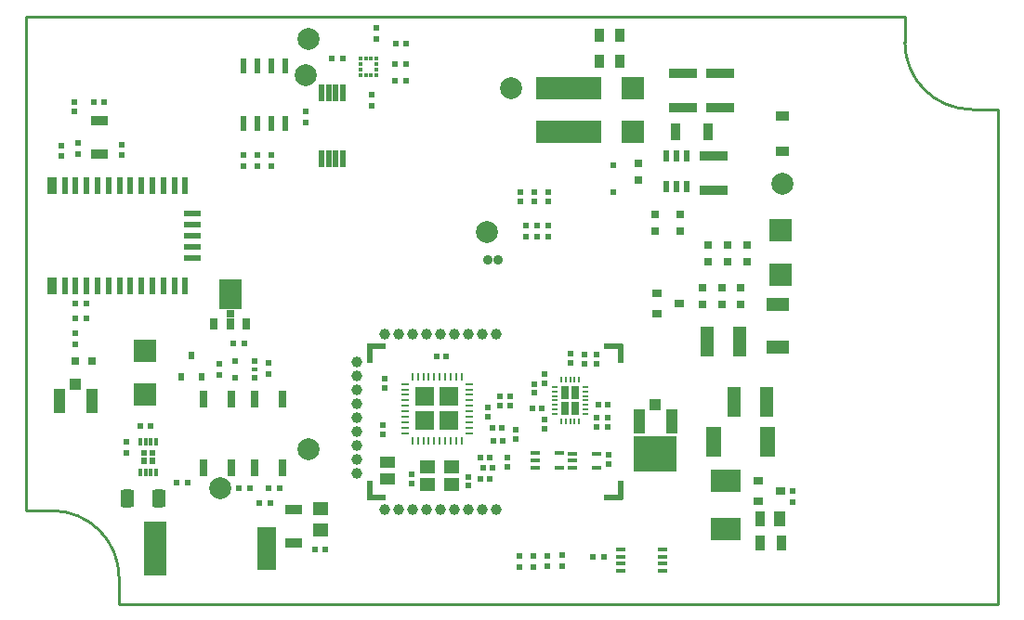
<source format=gtp>
G04*
G04 #@! TF.GenerationSoftware,Altium Limited,Altium Designer,20.2.4 (192)*
G04*
G04 Layer_Color=8421504*
%FSLAX44Y44*%
%MOMM*%
G71*
G04*
G04 #@! TF.SameCoordinates,742EB62A-7AE8-4A69-8DF3-B4F61E8DB2E3*
G04*
G04*
G04 #@! TF.FilePolarity,Positive*
G04*
G01*
G75*
%ADD10C,0.2540*%
%ADD29R,0.5334X0.6096*%
%ADD30R,0.6096X0.5334*%
%ADD31R,1.3970X1.0160*%
%ADD32R,0.9000X0.4000*%
%ADD33R,1.4224X1.2192*%
%ADD34R,1.1500X2.7000*%
%ADD35R,1.1000X1.4000*%
%ADD36R,0.9000X1.4000*%
%ADD37R,0.9000X0.8000*%
%ADD38R,0.5000X0.5000*%
%ADD39R,1.4500X2.8000*%
%ADD40R,2.7430X2.1590*%
%ADD41R,0.5000X0.5000*%
G04:AMPARAMS|DCode=42|XSize=0.4mm|YSize=0.85mm|CornerRadius=0.05mm|HoleSize=0mm|Usage=FLASHONLY|Rotation=270.000|XOffset=0mm|YOffset=0mm|HoleType=Round|Shape=RoundedRectangle|*
%AMROUNDEDRECTD42*
21,1,0.4000,0.7500,0,0,270.0*
21,1,0.3000,0.8500,0,0,270.0*
1,1,0.1000,-0.3750,-0.1500*
1,1,0.1000,-0.3750,0.1500*
1,1,0.1000,0.3750,0.1500*
1,1,0.1000,0.3750,-0.1500*
%
%ADD42ROUNDEDRECTD42*%
%ADD43R,1.0500X2.2000*%
%ADD44R,1.0000X1.0500*%
%ADD45R,0.8000X0.8000*%
%ADD46R,0.6500X1.1500*%
%ADD47R,0.6000X0.2000*%
%ADD48R,0.2000X0.6000*%
%ADD49R,1.7000X1.7000*%
%ADD50R,0.2200X0.7000*%
%ADD51R,0.7000X0.2200*%
%ADD52R,3.9878X3.1750*%
%ADD53R,0.9000X1.6000*%
%ADD54R,2.5000X0.9000*%
%ADD55R,2.0000X2.0000*%
G04:AMPARAMS|DCode=56|XSize=1.26mm|YSize=1.61mm|CornerRadius=0.252mm|HoleSize=0mm|Usage=FLASHONLY|Rotation=180.000|XOffset=0mm|YOffset=0mm|HoleType=Round|Shape=RoundedRectangle|*
%AMROUNDEDRECTD56*
21,1,1.2600,1.1060,0,0,180.0*
21,1,0.7560,1.6100,0,0,180.0*
1,1,0.5040,-0.3780,0.5530*
1,1,0.5040,0.3780,0.5530*
1,1,0.5040,0.3780,-0.5530*
1,1,0.5040,-0.3780,-0.5530*
%
%ADD56ROUNDEDRECTD56*%
G04:AMPARAMS|DCode=57|XSize=0.74mm|YSize=0.26mm|CornerRadius=0.0702mm|HoleSize=0mm|Usage=FLASHONLY|Rotation=270.000|XOffset=0mm|YOffset=0mm|HoleType=Round|Shape=RoundedRectangle|*
%AMROUNDEDRECTD57*
21,1,0.7400,0.1196,0,0,270.0*
21,1,0.5996,0.2600,0,0,270.0*
1,1,0.1404,-0.0598,-0.2998*
1,1,0.1404,-0.0598,0.2998*
1,1,0.1404,0.0598,0.2998*
1,1,0.1404,0.0598,-0.2998*
%
%ADD57ROUNDEDRECTD57*%
%ADD58R,2.0000X5.0000*%
%ADD59R,1.7000X4.0000*%
%ADD60C,2.0000*%
%ADD61R,0.6000X1.4000*%
%ADD62R,0.5000X1.5100*%
%ADD63R,0.3000X0.3250*%
%ADD64R,0.3250X0.3000*%
%ADD65R,0.6000X0.6000*%
%ADD66R,0.6000X0.5000*%
%ADD67R,0.7000X0.7500*%
%ADD68R,2.0000X2.7500*%
%ADD69R,0.7000X1.1000*%
%ADD70R,0.8000X0.8000*%
%ADD71R,0.9000X1.3000*%
%ADD72R,1.4700X1.2850*%
%ADD73R,1.6000X0.9000*%
%ADD74R,0.6000X1.1000*%
%ADD75R,0.6000X0.7000*%
%ADD76R,0.6000X0.4000*%
%ADD77R,0.6000X0.6000*%
%ADD78R,0.8000X1.5000*%
%ADD79R,0.6000X1.5000*%
%ADD80R,0.9000X1.5000*%
%ADD81R,1.5000X0.6000*%
%ADD82R,2.0828X1.2700*%
%ADD83R,6.0000X2.0000*%
G04:AMPARAMS|DCode=84|XSize=0.8mm|YSize=0.8mm|CornerRadius=0.28mm|HoleSize=0mm|Usage=FLASHONLY|Rotation=0.000|XOffset=0mm|YOffset=0mm|HoleType=Round|Shape=RoundedRectangle|*
%AMROUNDEDRECTD84*
21,1,0.8000,0.2400,0,0,0.0*
21,1,0.2400,0.8000,0,0,0.0*
1,1,0.5600,0.1200,-0.1200*
1,1,0.5600,-0.1200,-0.1200*
1,1,0.5600,-0.1200,0.1200*
1,1,0.5600,0.1200,0.1200*
%
%ADD84ROUNDEDRECTD84*%
%ADD85R,1.2200X0.9100*%
%ADD86R,1.7501X0.5001*%
%ADD87R,0.5001X1.7501*%
%ADD88C,1.0000*%
G36*
X25486Y127760D02*
X20186D01*
Y133060D01*
X25486D01*
Y127760D01*
D01*
D02*
G37*
G36*
Y135260D02*
X20186D01*
Y140560D01*
X25486D01*
Y135260D01*
D01*
D02*
G37*
G36*
X32986Y127760D02*
X27686D01*
Y133060D01*
X32986D01*
Y127760D01*
D01*
D02*
G37*
G36*
Y135260D02*
X27686D01*
Y140560D01*
X32986D01*
Y135260D01*
D01*
D02*
G37*
D10*
X716000Y512123D02*
G03*
X777123Y451000I61123J0D01*
G01*
X0Y23877D02*
G03*
X-61123Y85000I-61123J-0D01*
G01*
X-85000Y536000D02*
X716000D01*
X0Y0D02*
X801000D01*
X-85000Y85000D02*
X-61123D01*
X777123Y451000D02*
X801000D01*
X801000Y0D02*
Y451000D01*
X-85000Y85000D02*
Y536000D01*
X0Y0D02*
Y23877D01*
X716000Y512123D02*
Y536000D01*
D29*
X329090Y113558D02*
D03*
X337472Y113558D02*
D03*
X331800Y124043D02*
D03*
X340182D02*
D03*
X329024Y133588D02*
D03*
X337406D02*
D03*
X297889Y225680D02*
D03*
X289507D02*
D03*
X341132Y148637D02*
D03*
X349514Y148637D02*
D03*
X384942Y178548D02*
D03*
X376560D02*
D03*
X340503Y160153D02*
D03*
X348885D02*
D03*
X436547Y181647D02*
D03*
X444929D02*
D03*
D30*
X240211Y162883D02*
D03*
Y154501D02*
D03*
X242248Y205100D02*
D03*
Y196718D02*
D03*
X424394Y227069D02*
D03*
Y218687D02*
D03*
X411241Y227902D02*
D03*
Y219520D02*
D03*
X435202Y227405D02*
D03*
Y219023D02*
D03*
X361142Y150064D02*
D03*
Y158446D02*
D03*
X336036Y170519D02*
D03*
X336036Y178901D02*
D03*
X356640Y181127D02*
D03*
Y189509D02*
D03*
X434790Y170002D02*
D03*
X434790Y161620D02*
D03*
X445347Y170045D02*
D03*
X445347Y161663D02*
D03*
X267000Y117857D02*
D03*
Y109475D02*
D03*
X318127Y107629D02*
D03*
X318127Y116011D02*
D03*
X346709Y189509D02*
D03*
Y181127D02*
D03*
X387371Y159820D02*
D03*
Y168202D02*
D03*
X446339Y135659D02*
D03*
Y127277D02*
D03*
X353968Y133350D02*
D03*
Y124968D02*
D03*
X387614Y201338D02*
D03*
Y209720D02*
D03*
X378734Y192290D02*
D03*
Y200672D02*
D03*
D31*
X244292Y129250D02*
D03*
X244292Y114010D02*
D03*
D32*
X413325Y124217D02*
D03*
X435325Y137217D02*
D03*
X413325D02*
D03*
X413325Y130717D02*
D03*
X435325Y124217D02*
D03*
X401087Y124383D02*
D03*
X379087Y130883D02*
D03*
X379087Y137383D02*
D03*
X401087D02*
D03*
X379087Y124383D02*
D03*
D33*
X303184Y109111D02*
D03*
X281182Y125113D02*
D03*
Y109111D02*
D03*
X303184Y125113D02*
D03*
D34*
X560315Y184302D02*
D03*
X590315D02*
D03*
X565830Y239630D02*
D03*
X535830D02*
D03*
D35*
X601495Y77749D02*
D03*
D36*
X584495D02*
D03*
Y55749D02*
D03*
X603495D02*
D03*
D37*
X510122Y273750D02*
D03*
X490122Y264250D02*
D03*
Y283250D02*
D03*
X582380Y112317D02*
D03*
X582380Y93317D02*
D03*
X602380Y102817D02*
D03*
D38*
X-39628Y273642D02*
D03*
X-29628D02*
D03*
X-29628Y260096D02*
D03*
X-39628D02*
D03*
X431627Y43128D02*
D03*
X441627D02*
D03*
X127514Y92023D02*
D03*
X137514D02*
D03*
X62602Y110974D02*
D03*
X52602D02*
D03*
X29086Y161923D02*
D03*
X19086D02*
D03*
X178254Y49694D02*
D03*
X188254D02*
D03*
X108972Y105418D02*
D03*
X118972Y105418D02*
D03*
X114136Y237762D02*
D03*
X104136D02*
D03*
X136150Y105418D02*
D03*
X146150D02*
D03*
X193798Y497670D02*
D03*
X203798D02*
D03*
X-13251Y457902D02*
D03*
X-23251D02*
D03*
X251797Y510827D02*
D03*
X261797D02*
D03*
X261710Y476842D02*
D03*
X251710D02*
D03*
X261710Y492550D02*
D03*
X251710D02*
D03*
D39*
X541403Y147722D02*
D03*
X590903D02*
D03*
D40*
X552366Y112470D02*
D03*
Y68270D02*
D03*
D41*
X613453Y102705D02*
D03*
X613453Y92705D02*
D03*
X-39708Y246888D02*
D03*
Y236888D02*
D03*
X6868Y138050D02*
D03*
Y148050D02*
D03*
X138600Y409364D02*
D03*
Y399364D02*
D03*
X125900Y409364D02*
D03*
Y399364D02*
D03*
X113200Y409364D02*
D03*
Y399364D02*
D03*
X370912Y335091D02*
D03*
Y345091D02*
D03*
X403473Y34133D02*
D03*
Y44133D02*
D03*
X390495Y44062D02*
D03*
Y34062D02*
D03*
X364590Y43668D02*
D03*
X364590Y33668D02*
D03*
X91366Y219130D02*
D03*
X91366Y209130D02*
D03*
X136324Y209638D02*
D03*
X136324Y219638D02*
D03*
X2202Y409104D02*
D03*
Y419104D02*
D03*
X-37676Y420120D02*
D03*
Y410120D02*
D03*
X380795Y335098D02*
D03*
X380795Y345098D02*
D03*
X377504Y43757D02*
D03*
Y33757D02*
D03*
X230040Y464110D02*
D03*
Y454110D02*
D03*
X234746Y515176D02*
D03*
Y525176D02*
D03*
X170350Y449076D02*
D03*
Y439076D02*
D03*
X390856Y345091D02*
D03*
X390856Y335091D02*
D03*
D42*
X457342Y49628D02*
D03*
Y43128D02*
D03*
Y36628D02*
D03*
Y30128D02*
D03*
X494842Y49628D02*
D03*
Y43128D02*
D03*
Y36628D02*
D03*
Y30128D02*
D03*
D43*
X-24958Y184912D02*
D03*
X-54458D02*
D03*
X503540Y166296D02*
D03*
X474040Y166296D02*
D03*
D44*
X-39708Y200162D02*
D03*
X488790Y181546D02*
D03*
D45*
X-39708Y221742D02*
D03*
X-24708D02*
D03*
D46*
X406331Y192757D02*
D03*
X415831D02*
D03*
X415831Y178257D02*
D03*
X406331D02*
D03*
D47*
X425081Y173507D02*
D03*
X397081Y189507D02*
D03*
X397081Y185507D02*
D03*
Y173507D02*
D03*
X425081Y189507D02*
D03*
X425081Y193507D02*
D03*
Y185507D02*
D03*
X425081Y177507D02*
D03*
X397081Y181507D02*
D03*
X425081Y197507D02*
D03*
X397081D02*
D03*
X397081Y193507D02*
D03*
X397081Y177507D02*
D03*
X425081Y181507D02*
D03*
D48*
X403081Y166507D02*
D03*
X407081D02*
D03*
X411081Y166507D02*
D03*
X415081D02*
D03*
X419081D02*
D03*
X411081Y204507D02*
D03*
X403081Y204507D02*
D03*
X415081Y204507D02*
D03*
X419081D02*
D03*
X407081D02*
D03*
D49*
X278698Y167088D02*
D03*
Y189088D02*
D03*
X300698D02*
D03*
Y167088D02*
D03*
D50*
X287198Y149088D02*
D03*
X282198Y149088D02*
D03*
X312198Y207088D02*
D03*
X267198D02*
D03*
X307198Y149088D02*
D03*
X302198Y207088D02*
D03*
X297198D02*
D03*
X287198D02*
D03*
X277198Y207088D02*
D03*
X272198Y207088D02*
D03*
X307198D02*
D03*
X267198Y149088D02*
D03*
X272198D02*
D03*
X282198Y207088D02*
D03*
X312198Y149088D02*
D03*
X292198Y149088D02*
D03*
X302198D02*
D03*
X292198Y207088D02*
D03*
X277198Y149088D02*
D03*
X297198Y149088D02*
D03*
D51*
X260698Y160588D02*
D03*
X318698Y185588D02*
D03*
X318698Y175588D02*
D03*
X318698Y200588D02*
D03*
Y180588D02*
D03*
X318698Y190588D02*
D03*
Y195588D02*
D03*
Y155588D02*
D03*
X260698Y200588D02*
D03*
X260698Y195588D02*
D03*
X260698Y190588D02*
D03*
Y185588D02*
D03*
X260698Y175588D02*
D03*
X260698Y170588D02*
D03*
X260698Y165588D02*
D03*
Y155588D02*
D03*
Y180588D02*
D03*
X318698Y170588D02*
D03*
Y160588D02*
D03*
X318698Y165588D02*
D03*
D52*
X488790Y136578D02*
D03*
D53*
X536300Y430518D02*
D03*
X507300D02*
D03*
D54*
X541612Y377249D02*
D03*
Y408249D02*
D03*
X547833Y483791D02*
D03*
Y452791D02*
D03*
X513543Y483791D02*
D03*
Y452791D02*
D03*
D55*
X23432Y191140D02*
D03*
Y231140D02*
D03*
X468331Y430252D02*
D03*
Y470252D02*
D03*
X602996Y340548D02*
D03*
Y300548D02*
D03*
D56*
X7764Y96060D02*
D03*
X36264D02*
D03*
D57*
X19086Y120210D02*
D03*
X24086D02*
D03*
X29086D02*
D03*
X34086D02*
D03*
Y148110D02*
D03*
X29086D02*
D03*
X24086D02*
D03*
X19086D02*
D03*
D58*
X32742Y50038D02*
D03*
D59*
X134242D02*
D03*
D60*
X172700Y141021D02*
D03*
X335353Y339508D02*
D03*
X170350Y481922D02*
D03*
X172700Y515176D02*
D03*
X357214Y470492D02*
D03*
X604480Y383450D02*
D03*
X91747Y105418D02*
D03*
D61*
X113200Y437904D02*
D03*
X125900D02*
D03*
X138600D02*
D03*
X151300D02*
D03*
Y490904D02*
D03*
X138600D02*
D03*
X125900D02*
D03*
X113200D02*
D03*
D62*
X184476Y406202D02*
D03*
X190976D02*
D03*
X197476D02*
D03*
X203976D02*
D03*
Y466202D02*
D03*
X197476D02*
D03*
X190976D02*
D03*
X184476D02*
D03*
D63*
X234746Y497675D02*
D03*
X219746D02*
D03*
Y482425D02*
D03*
X234746D02*
D03*
X229746Y497550D02*
D03*
X224746D02*
D03*
X229746Y482550D02*
D03*
X224746D02*
D03*
D64*
X234746Y487550D02*
D03*
Y492550D02*
D03*
X219746Y487550D02*
D03*
Y492550D02*
D03*
D65*
X450651Y375522D02*
D03*
X450652Y400521D02*
D03*
D66*
X365412Y366706D02*
D03*
X365412Y375705D02*
D03*
X378118Y375733D02*
D03*
X378118Y366733D02*
D03*
X-52916Y417842D02*
D03*
Y408842D02*
D03*
X-40911Y448902D02*
D03*
Y457902D02*
D03*
X390883Y375699D02*
D03*
X390883Y366699D02*
D03*
D67*
X101262Y264879D02*
D03*
D68*
Y282379D02*
D03*
D69*
X86262Y255629D02*
D03*
X116262D02*
D03*
X101262Y255629D02*
D03*
D70*
X488657Y354882D02*
D03*
Y339882D02*
D03*
X511511Y339882D02*
D03*
Y354882D02*
D03*
X473411Y401872D02*
D03*
Y386872D02*
D03*
X571995Y312423D02*
D03*
Y327423D02*
D03*
X536435Y312423D02*
D03*
Y327423D02*
D03*
X566585Y273532D02*
D03*
Y288532D02*
D03*
X549059Y273532D02*
D03*
Y288532D02*
D03*
X554215Y327423D02*
D03*
Y312423D02*
D03*
X531787Y273532D02*
D03*
Y288532D02*
D03*
D71*
X456241Y494702D02*
D03*
X437241D02*
D03*
X456241Y518832D02*
D03*
X437241Y518832D02*
D03*
D72*
X183254Y67076D02*
D03*
X183254Y86526D02*
D03*
D73*
X158951Y86392D02*
D03*
Y55392D02*
D03*
X-17864Y410034D02*
D03*
Y441034D02*
D03*
D74*
X498201Y380372D02*
D03*
X507701D02*
D03*
X517201D02*
D03*
X498201Y408372D02*
D03*
X507701D02*
D03*
X517201D02*
D03*
D75*
X65966Y226670D02*
D03*
X75466Y206670D02*
D03*
X56466D02*
D03*
D76*
X123734Y213876D02*
D03*
D77*
Y221376D02*
D03*
Y206376D02*
D03*
X105734D02*
D03*
Y221376D02*
D03*
D78*
X102542Y123702D02*
D03*
X77142D02*
D03*
X102542Y186702D02*
D03*
X77142Y186702D02*
D03*
X149024Y123702D02*
D03*
X123624Y123702D02*
D03*
X149024Y186702D02*
D03*
X123624D02*
D03*
D79*
X60412Y381372D02*
D03*
X50412D02*
D03*
X40412D02*
D03*
X30412D02*
D03*
X20412D02*
D03*
X10412D02*
D03*
X412D02*
D03*
X-9588D02*
D03*
X-19588D02*
D03*
X-29588D02*
D03*
X-39588D02*
D03*
X-49588D02*
D03*
X60412Y290372D02*
D03*
X50412D02*
D03*
X40412D02*
D03*
X30412D02*
D03*
X20412D02*
D03*
X10412D02*
D03*
X412D02*
D03*
X-9588D02*
D03*
X-19588D02*
D03*
X-29588D02*
D03*
X-39588D02*
D03*
X-49588D02*
D03*
D80*
X-61088Y381372D02*
D03*
Y290372D02*
D03*
D81*
X67162Y335872D02*
D03*
Y325872D02*
D03*
Y355872D02*
D03*
Y315872D02*
D03*
Y345872D02*
D03*
D82*
X600473Y233844D02*
D03*
Y273468D02*
D03*
D83*
X409911Y470252D02*
D03*
Y430252D02*
D03*
D84*
X335660Y314030D02*
D03*
X345660Y314030D02*
D03*
D85*
X604040Y412580D02*
D03*
Y445280D02*
D03*
D86*
X450626Y234909D02*
D03*
X234556Y234909D02*
D03*
X234556Y97429D02*
D03*
X450626Y97429D02*
D03*
D87*
X456877Y228658D02*
D03*
X228308D02*
D03*
Y103680D02*
D03*
X456877Y103680D02*
D03*
D88*
X216878Y132039D02*
D03*
X216878Y144739D02*
D03*
X216878Y119339D02*
D03*
X216878Y182839D02*
D03*
X216878Y170139D02*
D03*
X254978Y86339D02*
D03*
X267678D02*
D03*
X216878Y157439D02*
D03*
X242278Y86339D02*
D03*
X216878Y195539D02*
D03*
X216878Y220939D02*
D03*
X216878Y208239D02*
D03*
X267678Y246339D02*
D03*
X280378D02*
D03*
X242278Y246339D02*
D03*
X254978Y246339D02*
D03*
X293078Y86339D02*
D03*
X280378Y86339D02*
D03*
X305778Y86339D02*
D03*
X318478Y86339D02*
D03*
X331178Y86339D02*
D03*
X343878Y86339D02*
D03*
X293078Y246339D02*
D03*
X305778Y246339D02*
D03*
X343878D02*
D03*
X318478Y246339D02*
D03*
X331178Y246339D02*
D03*
M02*

</source>
